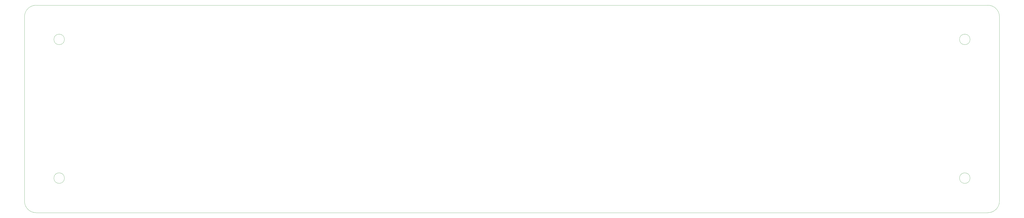
<source format=gm1>
G04 #@! TF.GenerationSoftware,KiCad,Pcbnew,7.0.2*
G04 #@! TF.CreationDate,2024-02-27T13:18:42-06:00*
G04 #@! TF.ProjectId,CapBankBreakout,43617042-616e-46b4-9272-65616b6f7574,rev?*
G04 #@! TF.SameCoordinates,Original*
G04 #@! TF.FileFunction,Profile,NP*
%FSLAX46Y46*%
G04 Gerber Fmt 4.6, Leading zero omitted, Abs format (unit mm)*
G04 Created by KiCad (PCBNEW 7.0.2) date 2024-02-27 13:18:42*
%MOMM*%
%LPD*%
G01*
G04 APERTURE LIST*
G04 #@! TA.AperFunction,Profile*
%ADD10C,0.100000*%
G04 #@! TD*
G04 APERTURE END LIST*
D10*
X514286000Y-119830000D02*
G75*
G03*
X514286000Y-119830000I-2286000J0D01*
G01*
X514286000Y-180000000D02*
G75*
G03*
X514286000Y-180000000I-2286000J0D01*
G01*
X522000000Y-195000000D02*
X110000000Y-195000000D01*
X527000000Y-190000000D02*
X527000000Y-110000000D01*
X105000000Y-190000000D02*
G75*
G03*
X110000000Y-195000000I5000000J0D01*
G01*
X110000000Y-105000000D02*
G75*
G03*
X105000000Y-110000000I0J-5000000D01*
G01*
X122286000Y-180000000D02*
G75*
G03*
X122286000Y-180000000I-2286000J0D01*
G01*
X122286000Y-119830000D02*
G75*
G03*
X122286000Y-119830000I-2286000J0D01*
G01*
X522000000Y-105000000D02*
X110000000Y-105000000D01*
X105000000Y-110000000D02*
X105000000Y-190000000D01*
X527000000Y-110000000D02*
G75*
G03*
X522000000Y-105000000I-5000000J0D01*
G01*
X522000000Y-195000000D02*
G75*
G03*
X527000000Y-190000000I0J5000000D01*
G01*
M02*

</source>
